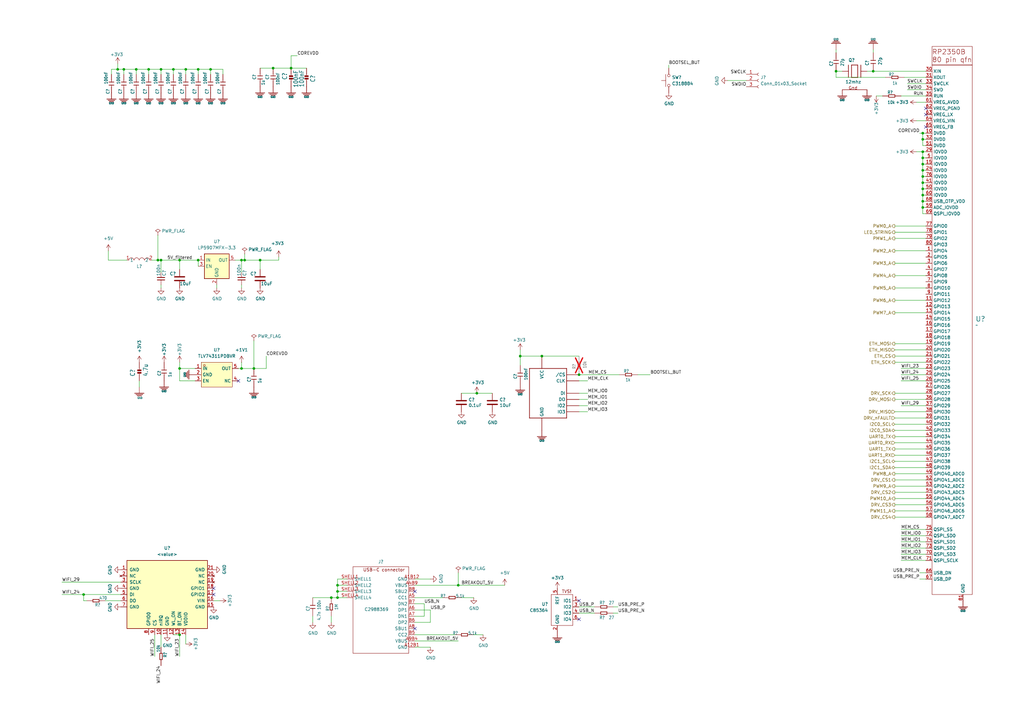
<source format=kicad_sch>
(kicad_sch (version 20250114) (generator "eeschema") (generator_version "9.0")
  (paper "A3")
  (junction (at 55.88 28.448))
  (junction (at 378.46 57.15))
  (junction (at 81.28 28.448))
  (junction (at 378.46 54.61))
  (junction (at 76.2 28.448))
  (junction (at 104.14 151.13))
  (junction (at 73.66 106.68))
  (junction (at 34.29 243.84))
  (junction (at 86.36 28.448))
  (junction (at 135.89 245.11))
  (junction (at 237.49 153.67))
  (junction (at 378.46 67.31))
  (junction (at 378.46 77.47))
  (junction (at 73.66 151.13))
  (junction (at 138.43 245.11))
  (junction (at 378.46 69.85))
  (junction (at 119.38 27.94))
  (junction (at 378.46 64.77))
  (junction (at 378.46 82.55))
  (junction (at 48.26 28.448))
  (junction (at 81.28 106.68))
  (junction (at 187.96 240.03))
  (junction (at 195.58 161.29))
  (junction (at 138.43 240.03))
  (junction (at 112.014 27.94))
  (junction (at 71.12 28.448))
  (junction (at 222.25 146.05))
  (junction (at 99.06 106.68))
  (junction (at 64.77 106.68))
  (junction (at 73.66 260.35))
  (junction (at 106.68 106.68))
  (junction (at 342.9 29.21))
  (junction (at 50.8 28.448))
  (junction (at 378.46 80.01))
  (junction (at 99.06 151.13))
  (junction (at 378.46 85.09))
  (junction (at 378.46 72.39))
  (junction (at 358.14 29.21))
  (junction (at 66.04 28.448))
  (junction (at 100.33 106.68))
  (junction (at 138.43 242.57))
  (junction (at 378.46 74.93))
  (junction (at 213.36 146.05))
  (junction (at 66.04 106.68))
  (junction (at 60.96 28.448))
  (junction (at 378.46 62.23))
  (no_connect (at 170.18 242.57))
  (no_connect (at 87.63 241.3))
  (no_connect (at 379.73 46.99))
  (no_connect (at 87.63 243.84))
  (no_connect (at 379.73 44.45))
  (no_connect (at 97.79 156.21))
  (no_connect (at 237.49 254))
  (no_connect (at 170.18 257.81))
  (no_connect (at 237.49 246.38))
  (no_connect (at 379.73 52.07))
  (wire (pts (xy 213.36 146.05) (xy 222.25 146.05)))
  (wire (pts (xy 243.84 248.92) (xy 237.49 248.92)))
  (wire (pts (xy 367.03 209.55) (xy 379.73 209.55)))
  (wire (pts (xy 71.12 260.35) (xy 73.66 260.35)))
  (wire (pts (xy 378.46 85.09) (xy 379.73 85.09)))
  (wire (pts (xy 194.31 245.11) (xy 189.23 245.11)))
  (wire (pts (xy 198.12 260.35) (xy 194.31 260.35)))
  (wire (pts (xy 50.8 28.448) (xy 55.88 28.448)))
  (wire (pts (xy 367.03 176.53) (xy 379.73 176.53)))
  (wire (pts (xy 76.2 264.16) (xy 76.2 260.35)))
  (wire (pts (xy 375.92 49.53) (xy 379.73 49.53)))
  (wire (pts (xy 64.77 96.52) (xy 64.77 106.68)))
  (wire (pts (xy 71.12 28.448) (xy 76.2 28.448)))
  (wire (pts (xy 367.03 184.15) (xy 379.73 184.15)))
  (wire (pts (xy 369.57 151.13) (xy 379.73 151.13)))
  (wire (pts (xy 181.61 245.11) (xy 170.18 245.11)))
  (wire (pts (xy 361.95 39.37) (xy 359.41 39.37)))
  (wire (pts (xy 378.46 77.47) (xy 378.46 74.93)))
  (wire (pts (xy 138.43 245.11) (xy 142.24 245.11)))
  (wire (pts (xy 378.46 80.01) (xy 378.46 77.47)))
  (wire (pts (xy 128.27 245.11) (xy 135.89 245.11)))
  (wire (pts (xy 342.9 31.75) (xy 342.9 29.21)))
  (wire (pts (xy 73.66 156.21) (xy 73.66 151.13)))
  (wire (pts (xy 367.03 181.61) (xy 379.73 181.61)))
  (wire (pts (xy 379.73 217.17) (xy 369.57 217.17)))
  (wire (pts (xy 60.96 30.48) (xy 60.96 28.448)))
  (wire (pts (xy 378.46 57.15) (xy 379.73 57.15)))
  (wire (pts (xy 138.43 242.57) (xy 142.24 242.57)))
  (wire (pts (xy 25.4 243.84) (xy 34.29 243.84)))
  (wire (pts (xy 367.03 196.85) (xy 379.73 196.85)))
  (wire (pts (xy 237.49 166.37) (xy 241.046 166.37)))
  (wire (pts (xy 377.19 234.95) (xy 379.73 234.95)))
  (wire (pts (xy 213.36 146.05) (xy 213.36 149.86)))
  (wire (pts (xy 367.03 128.27) (xy 379.73 128.27)))
  (wire (pts (xy 379.73 227.33) (xy 369.57 227.33)))
  (wire (pts (xy 48.26 26.162) (xy 48.26 28.448)))
  (wire (pts (xy 379.73 229.87) (xy 369.57 229.87)))
  (wire (pts (xy 195.58 161.29) (xy 201.93 161.29)))
  (wire (pts (xy 379.73 222.25) (xy 369.57 222.25)))
  (wire (pts (xy 367.03 118.11) (xy 379.73 118.11)))
  (wire (pts (xy 170.18 250.19) (xy 176.53 250.19)))
  (wire (pts (xy 66.04 30.48) (xy 66.04 28.448)))
  (wire (pts (xy 378.46 54.61) (xy 379.73 54.61)))
  (wire (pts (xy 298.45 33.02) (xy 306.07 33.02)))
  (wire (pts (xy 44.45 102.87) (xy 44.45 106.68)))
  (wire (pts (xy 71.12 30.48) (xy 71.12 28.448)))
  (wire (pts (xy 237.49 161.29) (xy 241.046 161.29)))
  (wire (pts (xy 81.28 28.448) (xy 86.36 28.448)))
  (wire (pts (xy 342.9 29.21) (xy 345.44 29.21)))
  (wire (pts (xy 88.9 118.11) (xy 88.9 116.84)))
  (wire (pts (xy 86.36 30.48) (xy 86.36 28.448)))
  (wire (pts (xy 372.11 36.83) (xy 379.73 36.83)))
  (wire (pts (xy 135.89 252.73) (xy 135.89 255.27)))
  (wire (pts (xy 138.43 242.57) (xy 138.43 245.11)))
  (wire (pts (xy 109.22 146.05) (xy 109.22 151.13)))
  (wire (pts (xy 135.89 245.11) (xy 138.43 245.11)))
  (wire (pts (xy 55.88 28.448) (xy 60.96 28.448)))
  (wire (pts (xy 378.46 82.55) (xy 378.46 85.09)))
  (wire (pts (xy 112.014 27.94) (xy 119.38 27.94)))
  (wire (pts (xy 367.03 194.31) (xy 379.73 194.31)))
  (wire (pts (xy 90.17 246.38) (xy 87.63 246.38)))
  (wire (pts (xy 378.46 69.85) (xy 378.46 67.31)))
  (wire (pts (xy 114.3 106.68) (xy 106.68 106.68)))
  (wire (pts (xy 119.38 27.94) (xy 125.73 27.94)))
  (wire (pts (xy 73.66 260.35) (xy 73.66 269.24)))
  (wire (pts (xy 104.14 139.7) (xy 104.14 151.13)))
  (wire (pts (xy 187.96 262.89) (xy 170.18 262.89)))
  (wire (pts (xy 369.57 156.21) (xy 379.73 156.21)))
  (wire (pts (xy 176.53 255.27) (xy 170.18 255.27)))
  (wire (pts (xy 363.22 31.75) (xy 342.9 31.75)))
  (wire (pts (xy 237.49 156.21) (xy 241.046 156.21)))
  (wire (pts (xy 170.18 247.65) (xy 173.99 247.65)))
  (wire (pts (xy 173.99 247.65) (xy 173.99 252.73)))
  (wire (pts (xy 128.27 252.73) (xy 128.27 255.27)))
  (wire (pts (xy 66.04 111.76) (xy 66.04 106.68)))
  (wire (pts (xy 378.46 59.69) (xy 378.46 57.15)))
  (wire (pts (xy 81.28 28.448) (xy 81.28 30.48)))
  (wire (pts (xy 379.73 224.79) (xy 369.57 224.79)))
  (wire (pts (xy 367.03 186.69) (xy 379.73 186.69)))
  (wire (pts (xy 121.92 22.86) (xy 119.38 22.86)))
  (wire (pts (xy 378.46 82.55) (xy 379.73 82.55)))
  (wire (pts (xy 187.96 240.03) (xy 207.01 240.03)))
  (wire (pts (xy 66.04 28.448) (xy 71.12 28.448)))
  (wire (pts (xy 378.46 62.23) (xy 379.73 62.23)))
  (wire (pts (xy 50.8 30.48) (xy 50.8 28.448)))
  (wire (pts (xy 355.6 29.21) (xy 358.14 29.21)))
  (wire (pts (xy 34.29 243.84) (xy 49.53 243.84)))
  (wire (pts (xy 176.53 250.19) (xy 176.53 255.27)))
  (wire (pts (xy 60.96 28.448) (xy 66.04 28.448)))
  (wire (pts (xy 34.29 246.38) (xy 34.29 243.84)))
  (wire (pts (xy 35.56 246.38) (xy 34.29 246.38)))
  (wire (pts (xy 99.06 116.84) (xy 99.06 118.11)))
  (wire (pts (xy 367.03 113.03) (xy 379.73 113.03)))
  (wire (pts (xy 251.46 248.92) (xy 253.492 248.92)))
  (wire (pts (xy 96.52 106.68) (xy 99.06 106.68)))
  (wire (pts (xy 138.43 240.03) (xy 138.43 242.57)))
  (wire (pts (xy 358.14 29.21) (xy 379.73 29.21)))
  (wire (pts (xy 369.57 166.37) (xy 379.73 166.37)))
  (wire (pts (xy 243.84 251.46) (xy 237.49 251.46)))
  (wire (pts (xy 377.19 237.49) (xy 379.73 237.49)))
  (wire (pts (xy 378.46 64.77) (xy 379.73 64.77)))
  (wire (pts (xy 48.26 28.448) (xy 50.8 28.448)))
  (wire (pts (xy 378.46 87.63) (xy 379.73 87.63)))
  (wire (pts (xy 367.03 199.39) (xy 379.73 199.39)))
  (wire (pts (xy 378.46 82.55) (xy 378.46 80.01)))
  (wire (pts (xy 367.03 189.23) (xy 379.73 189.23)))
  (wire (pts (xy 367.03 146.05) (xy 379.73 146.05)))
  (wire (pts (xy 73.66 148.59) (xy 73.66 151.13)))
  (wire (pts (xy 367.03 204.47) (xy 379.73 204.47)))
  (wire (pts (xy 100.33 106.68) (xy 106.68 106.68)))
  (wire (pts (xy 63.5 269.24) (xy 63.5 260.35)))
  (wire (pts (xy 45.72 28.448) (xy 45.72 30.48)))
  (wire (pts (xy 378.46 74.93) (xy 378.46 72.39)))
  (wire (pts (xy 378.46 72.39) (xy 378.46 69.85)))
  (wire (pts (xy 375.92 62.23) (xy 378.46 62.23)))
  (wire (pts (xy 138.43 240.03) (xy 142.24 240.03)))
  (wire (pts (xy 62.23 106.68) (xy 64.77 106.68)))
  (wire (pts (xy 114.3 105.41) (xy 114.3 106.68)))
  (wire (pts (xy 138.43 237.49) (xy 138.43 240.03)))
  (wire (pts (xy 377.19 54.61) (xy 378.46 54.61)))
  (wire (pts (xy 367.03 143.51) (xy 379.73 143.51)))
  (wire (pts (xy 367.03 168.91) (xy 379.73 168.91)))
  (wire (pts (xy 76.2 30.48) (xy 76.2 28.448)))
  (wire (pts (xy 378.46 67.31) (xy 379.73 67.31)))
  (wire (pts (xy 99.06 106.68) (xy 100.33 106.68)))
  (wire (pts (xy 119.38 22.86) (xy 119.38 27.94)))
  (wire (pts (xy 378.46 69.85) (xy 379.73 69.85)))
  (wire (pts (xy 378.46 85.09) (xy 378.46 87.63)))
  (wire (pts (xy 48.26 28.448) (xy 45.72 28.448)))
  (wire (pts (xy 106.68 110.49) (xy 106.68 106.68)))
  (wire (pts (xy 358.14 20.32) (xy 358.14 21.59)))
  (wire (pts (xy 251.46 251.46) (xy 253.492 251.46)))
  (wire (pts (xy 378.46 62.23) (xy 378.46 64.77)))
  (wire (pts (xy 66.04 106.68) (xy 73.66 106.68)))
  (wire (pts (xy 44.45 106.68) (xy 52.07 106.68)))
  (wire (pts (xy 370.84 31.75) (xy 379.73 31.75)))
  (wire (pts (xy 25.4 238.76) (xy 49.53 238.76)))
  (wire (pts (xy 367.03 97.79) (xy 379.73 97.79)))
  (wire (pts (xy 379.73 219.71) (xy 369.57 219.71)))
  (wire (pts (xy 342.9 20.32) (xy 342.9 21.59)))
  (wire (pts (xy 367.03 148.59) (xy 379.73 148.59)))
  (wire (pts (xy 222.25 146.05) (xy 237.49 146.05)))
  (wire (pts (xy 55.88 30.48) (xy 55.88 28.448)))
  (wire (pts (xy 237.49 168.91) (xy 241.046 168.91)))
  (wire (pts (xy 367.03 92.71) (xy 379.73 92.71)))
  (wire (pts (xy 378.46 72.39) (xy 379.73 72.39)))
  (wire (pts (xy 367.03 163.83) (xy 379.73 163.83)))
  (wire (pts (xy 99.06 111.76) (xy 99.06 106.68)))
  (wire (pts (xy 378.46 74.93) (xy 379.73 74.93)))
  (wire (pts (xy 369.57 153.67) (xy 379.73 153.67)))
  (wire (pts (xy 109.22 151.13) (xy 104.14 151.13)))
  (wire (pts (xy 367.03 191.77) (xy 379.73 191.77)))
  (wire (pts (xy 367.03 140.97) (xy 379.73 140.97)))
  (wire (pts (xy 367.03 95.25) (xy 379.73 95.25)))
  (wire (pts (xy 367.03 123.19) (xy 379.73 123.19)))
  (wire (pts (xy 73.66 151.13) (xy 80.01 151.13)))
  (wire (pts (xy 367.03 161.29) (xy 379.73 161.29)))
  (wire (pts (xy 76.2 28.448) (xy 81.28 28.448)))
  (wire (pts (xy 100.33 104.14) (xy 100.33 106.68)))
  (wire (pts (xy 187.96 240.03) (xy 170.18 240.03)))
  (wire (pts (xy 91.44 28.448) (xy 91.44 30.48)))
  (wire (pts (xy 367.03 107.95) (xy 379.73 107.95)))
  (wire (pts (xy 378.46 59.69) (xy 379.73 59.69)))
  (wire (pts (xy 80.01 156.21) (xy 73.66 156.21)))
  (wire (pts (xy 375.92 41.91) (xy 379.73 41.91)))
  (wire (pts (xy 81.28 106.68) (xy 81.28 109.22)))
  (wire (pts (xy 237.49 153.67) (xy 254 153.67)))
  (wire (pts (xy 186.69 260.35) (xy 170.18 260.35)))
  (wire (pts (xy 99.06 148.59) (xy 99.06 151.13)))
  (wire (pts (xy 176.53 265.43) (xy 170.18 265.43)))
  (wire (pts (xy 187.96 234.95) (xy 187.96 240.03)))
  (wire (pts (xy 43.18 246.38) (xy 49.53 246.38)))
  (wire (pts (xy 378.46 64.77) (xy 378.46 67.31)))
  (wire (pts (xy 372.11 34.29) (xy 379.73 34.29)))
  (wire (pts (xy 261.62 153.67) (xy 266.7 153.67)))
  (wire (pts (xy 367.03 212.09) (xy 379.73 212.09)))
  (wire (pts (xy 378.46 77.47) (xy 379.73 77.47)))
  (wire (pts (xy 66.04 260.35) (xy 66.04 265.43)))
  (wire (pts (xy 86.36 28.448) (xy 91.44 28.448)))
  (wire (pts (xy 176.53 237.49) (xy 170.18 237.49)))
  (wire (pts (xy 213.36 143.51) (xy 213.36 146.05)))
  (wire (pts (xy 99.06 151.13) (xy 104.14 151.13)))
  (wire (pts (xy 66.04 116.84) (xy 66.04 118.11)))
  (wire (pts (xy 64.77 106.68) (xy 66.04 106.68)))
  (wire (pts (xy 99.06 151.13) (xy 97.79 151.13)))
  (wire (pts (xy 367.03 173.99) (xy 379.73 173.99)))
  (wire (pts (xy 369.57 39.37) (xy 379.73 39.37)))
  (wire (pts (xy 378.46 57.15) (xy 378.46 54.61)))
  (wire (pts (xy 173.99 252.73) (xy 170.18 252.73)))
  (wire (pts (xy 378.46 80.01) (xy 379.73 80.01)))
  (wire (pts (xy 367.03 102.87) (xy 379.73 102.87)))
  (wire (pts (xy 367.03 201.93) (xy 379.73 201.93)))
  (wire (pts (xy 73.66 110.49) (xy 73.66 106.68)))
  (wire (pts (xy 189.23 161.29) (xy 195.58 161.29)))
  (wire (pts (xy 367.03 171.45) (xy 379.73 171.45)))
  (wire (pts (xy 367.03 207.01) (xy 379.73 207.01)))
  (wire (pts (xy 367.03 179.07) (xy 379.73 179.07)))
  (wire (pts (xy 274.32 26.67) (xy 274.32 27.94)))
  (wire (pts (xy 237.49 163.83) (xy 241.046 163.83)))
  (wire (pts (xy 73.66 106.68) (xy 81.28 106.68)))
  (wire (pts (xy 142.24 237.49) (xy 138.43 237.49)))
  (wire (pts (xy 106.68 27.94) (xy 112.014 27.94)))
  (wire (pts (xy 57.15 158.75) (xy 57.15 156.21)))
  (label "USB_PRE_P" (at 377.19 237.49 180))
  (label "SWCLK" (at 306.07 30.48 180))
  (label "BREAKOUT_5V" (at 187.96 262.89 180))
  (label "WIFI_29" (at 25.4 238.76 0))
  (label "MEM_IO0" (at 241.046 161.29 0) (effects (font (size 1.2446 1.2446))))
  (label "MEM_CS" (at 241.3 153.67 0) (effects (font (size 1.2446 1.2446))))
  (label "SWCLK" (at 372.11 34.29 0) (effects (font (size 1.2446 1.2446))))
  (label "MEM_CLK" (at 369.57 229.87 0) (effects (font (size 1.2446 1.2446))))
  (label "WIFI_24" (at 369.57 153.67 0))
  (label "COREVDD" (at 377.19 54.61 180))
  (label "RUN" (at 374.65 39.37 0) (effects (font (size 1.2446 1.2446))))
  (label "WIFI_24" (at 25.4 243.84 0))
  (label "MEM_IO2" (at 241.046 166.37 0) (effects (font (size 1.2446 1.2446))))
  (label "COREVDD" (at 109.22 146.05 0))
  (label "WIFI_25" (at 369.57 156.21 0))
  (label "SWDIO" (at 306.07 35.56 180))
  (label "MEM_IO1" (at 241.046 163.83 0) (effects (font (size 1.2446 1.2446))))
  (label "MEM_IO2" (at 369.57 224.79 0) (effects (font (size 1.2446 1.2446))))
  (label "USB_PRE_N" (at 377.19 234.95 180))
  (label "WIFI_25" (at 63.5 269.24 90))
  (label "MEM_IO3" (at 369.57 227.33 0) (effects (font (size 1.2446 1.2446))))
  (label "WIFI_23" (at 369.57 151.13 0))
  (label "WIFI_29" (at 369.57 166.37 0))
  (label "WIFI_23" (at 73.66 269.24 90))
  (label "WIFI_24" (at 66.04 273.05 270))
  (label "BOOTSEL_BUT" (at 266.7 153.67 0) (effects (font (size 1.2446 1.2446))))
  (label "USB_PRE_N" (at 253.492 251.46 0))
  (label "MEM_IO0" (at 369.57 219.71 0) (effects (font (size 1.2446 1.2446))))
  (label "BOOTSEL_BUT" (at 274.32 26.67 0) (effects (font (size 1.2446 1.2446))))
  (label "BREAKOUT_5V" (at 189.23 240.03 0))
  (label "COREVDD" (at 121.92 22.86 0))
  (label "SWDIO" (at 372.11 36.83 0) (effects (font (size 1.2446 1.2446))))
  (label "MEM_IO3" (at 241.046 168.91 0) (effects (font (size 1.2446 1.2446))))
  (label "MEM_IO1" (at 369.57 222.25 0) (effects (font (size 1.2446 1.2446))))
  (label "MEM_CLK" (at 241.046 156.21 0) (effects (font (size 1.2446 1.2446))))
  (label "USB_N" (at 173.99 247.65 0))
  (label "5V_filtered" (at 68.58 106.68 0))
  (label "MEM_CS" (at 369.57 217.17 0) (effects (font (size 1.2446 1.2446))))
  (label "USB_P" (at 176.53 250.19 0))
  (label "USB_PRE_P" (at 253.492 248.92 0))
  (label "USB_P" (at 237.49 248.92 0))
  (label "USB_N" (at 237.49 251.46 0))
  (hierarchical_label "DRV_CS4" (shape output) (at 367.03 212.09 180))
  (hierarchical_label "DRV_CS3" (shape output) (at 367.03 207.01 180))
  (hierarchical_label "PWM11_A" (shape output) (at 367.03 209.55 180))
  (hierarchical_label "UART1_RX" (shape input) (at 367.03 186.69 180))
  (hierarchical_label "DRV_SCK" (shape output) (at 367.03 161.29 180))
  (hierarchical_label "ETH_CS" (shape output) (at 367.03 146.05 180))
  (hierarchical_label "PWM4_A" (shape output) (at 367.03 113.03 180))
  (hierarchical_label "PWM10_A" (shape output) (at 367.03 204.47 180))
  (hierarchical_label "I2C1_SCL" (shape bidirectional) (at 367.03 189.23 180))
  (hierarchical_label "PWM8_A" (shape output) (at 367.03 194.31 180))
  (hierarchical_label "PWM6_A" (shape output) (at 367.03 123.19 180))
  (hierarchical_label "DRV_CS2" (shape output) (at 367.03 201.93 180))
  (hierarchical_label "PWM9_A" (shape output) (at 367.03 199.39 180))
  (hierarchical_label "ETH_MISO" (shape input) (at 367.03 143.51 180))
  (hierarchical_label "DRV_CS1" (shape output) (at 367.03 196.85 180))
  (hierarchical_label "DRV_nFAULT" (shape input) (at 367.03 171.45 180))
  (hierarchical_label "DRV_MISO" (shape input) (at 367.03 168.91 180))
  (hierarchical_label "LED_STRING" (shape output) (at 367.03 95.25 180))
  (hierarchical_label "PWM2_A" (shape output) (at 367.03 102.87 180))
  (hierarchical_label "PWM3_A" (shape output) (at 367.03 107.95 180))
  (hierarchical_label "I2C0_SDA" (shape bidirectional) (at 367.03 176.53 180))
  (hierarchical_label "I2C1_SDA" (shape bidirectional) (at 367.03 191.77 180))
  (hierarchical_label "UART1_TX" (shape output) (at 367.03 184.15 180))
  (hierarchical_label "UART0_RX" (shape input) (at 367.03 181.61 180))
  (hierarchical_label "I2C0_SCL" (shape bidirectional) (at 367.03 173.99 180))
  (hierarchical_label "PWM0_A" (shape output) (at 367.03 92.71 180))
  (hierarchical_label "PMW1_A" (shape output) (at 367.03 97.79 180))
  (hierarchical_label "PWM5_A" (shape output) (at 367.03 118.11 180))
  (hierarchical_label "PWM7_A" (shape output) (at 367.03 128.27 180))
  (hierarchical_label "ETH_SCK" (shape output) (at 367.03 148.59 180))
  (hierarchical_label "ETH_MOSI" (shape output) (at 367.03 140.97 180))
  (hierarchical_label "DRV_MOSI" (shape output) (at 367.03 163.83 180))
  (hierarchical_label "UART0_TX" (shape output) (at 367.03 179.07 180))
  (symbol (lib_id "power:GND") (at 87.63 233.68 90) (unit 1)
    (property "Reference" "#PWR?" (effects (hide yes)))
    (property "Value" "GND" (at 92.0242 233.553 0))
  )
  (symbol (lib_id "power:GND") (at 274.32 38.1 0) (unit 1)
    (property "Reference" "#PWR?" (effects (hide yes)))
    (property "Value" "GND" (at 274.447 42.4942 0))
  )
  (symbol (lib_id "TINRS - Wobbler (pico)sch-eagle-import:C-0402") (at 104.14 154.94 90) (unit 1)
    (property "Reference" "C?" (at 102.87 156.718 0) (effects (font (size 1.27 1.0795)) (justify left bottom)))
    (property "Value" "1u" (at 107.188 157.226 0) (effects (font (size 1.27 1.0795)) (justify left bottom)))
    (property "Footprint" "Capacitor_SMD:C_0402_1005Metric" (effects (hide yes)))
  )
  (symbol (lib_id "power:+3.3V") (at 213.36 143.51 0) (unit 1)
    (property "Reference" "#PWR?" (effects (hide yes)))
    (property "Value" "+3V3" (at 210.312 139.446 0) (effects (justify left)))
  )
  (symbol (lib_id "TINRS - Wobbler (pico)sch-eagle-import:GND") (at 55.88 40.64 0) (unit 1)
    (property "Reference" "#GND?" (effects (hide yes)))
    (property "Value" "GND" (at 55.88 41.91 0) (effects (font (size 0.762 0.6477)) (justify top)))
  )
  (symbol (lib_id "TINRS - Wobbler (pico)sch-eagle-import:R-0402") (at 237.49 149.86 90) (unit 1) (dnp yes)
    (property "Reference" "R?" (at 236.22 151.384 0) (effects (font (size 1.27 1.0795)) (justify left bottom)))
    (property "Value" "10k" (at 240.538 151.13 0) (effects (font (size 1.27 1.0795)) (justify left bottom)))
    (property "Footprint" "Resistor_SMD:R_0402_1005Metric" (effects (hide yes)))
  )
  (symbol (lib_id "TINRS - Wobbler (pico)sch-eagle-import:C-EUC0402") (at 125.73 30.48 0) (unit 1)
    (property "Reference" "C?" (at 129.286 33.782 90) (effects (font (size 1.778 1.5113)) (justify left bottom)))
    (property "Value" "100nF" (at 124.714 35.814 90) (effects (font (size 1.778 1.5113)) (justify left bottom)))
    (property "Footprint" "Capacitor_SMD:C_0402_1005Metric" (effects (hide yes)))
  )
  (symbol (lib_id "TINRS - Wobbler (pico)sch-eagle-import:XTAL-4-3225") (at 350.52 29.21 0) (unit 1)
    (property "Reference" "Q?" (at 347.98 25.4 0) (effects (justify left bottom)))
    (property "Value" "12mhz" (at 346.71 34.29 0) (effects (justify left bottom)))
    (property "Footprint" "Crystal:Crystal_SMD_SeikoEpson_TSX3225-4Pin_3.2x2.5mm" (effects (hide yes)))
  )
  (symbol (lib_id "power:+3.3V") (at 57.15 148.59 0) (unit 1)
    (property "Reference" "#PWR?" (effects (hide yes)))
    (property "Value" "+3V3" (at 57.15 144.78 90) (effects (justify left)))
  )
  (symbol (lib_id "TINRS - Wobbler (pico)sch-eagle-import:W25Q128JVSIQ") (at 222.25 161.29 0) (mirror y) (unit 1)
    (property "Reference" "U$?" (effects (hide yes)))
    (property "Value" "C2843335 W25Q16JVUXIQ" (effects (hide yes)))
    (property "Footprint" "ZephKicad:USON-8-EP(2x3)" (effects (hide yes)))
  )
  (symbol (lib_id "TINRS - Wobbler (pico)sch-eagle-import:GND") (at 66.04 40.64 0) (unit 1)
    (property "Reference" "#GND?" (effects (hide yes)))
    (property "Value" "GND" (at 66.04 41.91 0) (effects (font (size 0.762 0.6477)) (justify top)))
  )
  (symbol (lib_id "power:GND") (at 88.9 118.11 0) (unit 1)
    (property "Reference" "#PWR?" (effects (hide yes)))
    (property "Value" "GND" (at 89.027 122.5042 0))
  )
  (symbol (lib_id "power:+3.3V") (at 228.6 241.3 0) (unit 1)
    (property "Reference" "#PWR?" (effects (hide yes)))
    (property "Value" "+3V3" (at 228.6 236.982 0))
  )
  (symbol (lib_id "Device:C") (at 189.23 165.1 0) (unit 1)
    (property "Reference" "C?" (at 192.151 163.9316 0) (effects (justify left)))
    (property "Value" "0.1uF" (at 192.151 166.243 0) (effects (justify left)))
    (property "Footprint" "Capacitor_SMD:C_0402_1005Metric" (effects (hide yes)))
    (property "Digi-Key_PN" "311-1344-1-ND" (effects (hide yes)))
  )
  (symbol (lib_id "power:PWR_FLAG") (at 187.96 234.95 0) (unit 1)
    (property "Reference" "#FLG?" (effects (hide yes)))
    (property "Value" "PWR_FLAG" (at 194.31 233.172 0))
  )
  (symbol (lib_id "Switch:SW_Push") (at 274.32 33.02 90) (unit 1)
    (property "Reference" "SW?" (at 275.59 31.7499 90) (effects (justify right)))
    (property "Value" "C318884" (at 275.59 34.2899 90) (effects (justify right)))
    (property "Footprint" "Button_Switch_SMD:SW_SPST_TL3342" (effects (hide yes)))
  )
  (symbol (lib_id "TINRS - Wobbler (pico)sch-eagle-import:GND") (at 125.73 38.1 0) (unit 1)
    (property "Reference" "#GND?" (effects (hide yes)))
    (property "Value" "GND" (at 125.73 39.37 0) (effects (font (size 0.762 0.6477)) (justify top)))
  )
  (symbol (lib_id "TINRS - Wobbler (pico)sch-eagle-import:C-0402") (at 60.96 34.29 90) (unit 1)
    (property "Reference" "C?" (at 60.198 38.608 0) (effects (font (size 1.27 1.0795)) (justify left bottom)))
    (property "Value" "100nF" (at 59.436 34.544 0) (effects (font (size 1.27 1.0795)) (justify left bottom)))
    (property "Footprint" "Capacitor_SMD:C_0402_1005Metric" (effects (hide yes)))
  )
  (symbol (lib_id "Device:C") (at 201.93 165.1 0) (unit 1)
    (property "Reference" "C?" (at 204.851 163.9316 0) (effects (justify left)))
    (property "Value" "10uF" (at 204.851 166.243 0) (effects (justify left)))
    (property "Footprint" "Capacitor_SMD:C_0603_1608Metric" (effects (hide yes)))
    (property "Digi-Key_PN" "311-1344-1-ND" (effects (hide yes)))
  )
  (symbol (lib_id "Device:C_Small") (at 66.04 114.3 180) (unit 1)
    (property "Reference" "C?" (at 67.31 113.284 90) (effects (justify right)))
    (property "Value" "100n" (at 65.024 113.284 90) (effects (justify right)))
    (property "Footprint" "Capacitor_SMD:C_0402_1005Metric" (effects (hide yes)))
  )
  (symbol (lib_id "TINRS - Wobbler (pico)sch-eagle-import:GND") (at 228.6 261.62 0) (unit 1)
    (property "Reference" "#GND?" (effects (hide yes)))
    (property "Value" "GND" (at 228.6 262.89 0) (effects (font (size 0.762 0.6477)) (justify top)))
  )
  (symbol (lib_id "power:PWR_FLAG") (at 104.14 139.7 0) (unit 1)
    (property "Reference" "#FLG?" (effects (hide yes)))
    (property "Value" "PWR_FLAG" (at 110.49 137.922 0))
  )
  (symbol (lib_id "power:GND") (at 198.12 260.35 0) (unit 1)
    (property "Reference" "#PWR?" (effects (hide yes)))
    (property "Value" "GND" (at 198.247 264.7442 0))
  )
  (symbol (lib_id "power:+1V1") (at 99.06 148.59 0) (unit 1)
    (property "Reference" "#PWR?" (effects (hide yes)))
    (property "Value" "+1V1" (at 99.06 143.51 0))
    (property "Description" "Power symbol creates a global label with name \"+1V1\"" (effects (hide yes)))
  )
  (symbol (lib_id "jlcpcb3:TLV74311PDBVR") (at 90.17 153.67 0) (unit 1)
    (property "Reference" "U?" (at 88.9 143.51 0))
    (property "Value" "TLV74311PDBVR" (at 88.9 146.05 0))
    (property "Footprint" "jlcpcb3:SOT-23-5_L3.0-W1.7-P0.95-LS2.8-BL" (effects (hide yes)))
    (property "Datasheet" "https://lcsc.com/product-detail/New-Arrivals_Texas-Instruments-Texas-Instruments-TLV74311PDBVR_C485147.html" (effects (hide yes)))
    (property "LCSC Part" "C485147" (effects (hide yes)))
  )
  (symbol (lib_id "power:GND") (at 298.45 33.02 270) (unit 1)
    (property "Reference" "#PWR?" (effects (hide yes)))
    (property "Value" "GND" (at 294.0558 33.147 0))
  )
  (symbol (lib_id "TINRS - Wobbler (pico)sch-eagle-import:GND") (at 213.36 160.02 0) (unit 1)
    (property "Reference" "#GND?" (effects (hide yes)))
    (property "Value" "GND" (at 213.36 161.29 0) (effects (font (size 0.762 0.6477)) (justify top)))
  )
  (symbol (lib_id "TiNRS:SRV05-4-P-T7") (at 228.6 250.19 0) (unit 1)
    (property "Reference" "U?" (at 224.79 247.7742 0) (effects (justify right)))
    (property "Value" "C85364" (at 224.79 250.3142 0) (effects (justify right)))
    (property "Footprint" "Package_TO_SOT_SMD:SOT-23-6" (effects (hide yes)))
    (property "Datasheet" "https://jlcpcb.com/partdetail/ProtekDevices-SRV05_4_PT7/C85364" (effects (hide yes)))
  )
  (symbol (lib_id "power:GND") (at 189.23 168.91 0) (unit 1)
    (property "Reference" "#PWR?" (effects (hide yes)))
    (property "Value" "GND" (at 189.357 173.3042 0))
  )
  (symbol (lib_id "power:GND") (at 106.68 118.11 0) (unit 1)
    (property "Reference" "#PWR?" (effects (hide yes)))
    (property "Value" "GND" (at 106.807 122.5042 0))
  )
  (symbol (lib_id "power:GND") (at 49.53 233.68 270) (unit 1)
    (property "Reference" "#PWR?" (effects (hide yes)))
    (property "Value" "GND" (at 45.1358 233.807 0))
  )
  (symbol (lib_id "TINRS - Wobbler (pico)sch-eagle-import:R-0603") (at 135.89 248.92 90) (unit 1)
    (property "Reference" "R?" (at 135.128 250.698 0) (effects (font (size 1.27 1.0795)) (justify left bottom)))
    (property "Value" "1M" (at 138.684 250.19 0) (effects (font (size 1.27 1.0795)) (justify left bottom)))
    (property "Footprint" "Resistor_SMD:R_0603_1608Metric" (effects (hide yes)))
  )
  (symbol (lib_id "TINRS - Wobbler (pico)sch-eagle-import:GND") (at 394.97 248.92 0) (unit 1)
    (property "Reference" "#GND?" (effects (hide yes)))
    (property "Value" "GND" (at 394.97 250.19 0) (effects (font (size 0.762 0.6477)) (justify top)))
  )
  (symbol (lib_id "TINRS - Wobbler (pico)sch-eagle-import:GND") (at 76.2 40.64 0) (unit 1)
    (property "Reference" "#GND?" (effects (hide yes)))
    (property "Value" "GND" (at 76.2 41.91 0) (effects (font (size 0.762 0.6477)) (justify top)))
  )
  (symbol (lib_id "power:GND") (at 128.27 255.27 0) (unit 1)
    (property "Reference" "#PWR?" (effects (hide yes)))
    (property "Value" "GND" (at 128.397 259.6642 0))
  )
  (symbol (lib_id "power:+3.3V") (at 67.31 148.59 0) (unit 1)
    (property "Reference" "#PWR?" (effects (hide yes)))
    (property "Value" "+3V3" (at 67.31 146.05 90) (effects (justify left)))
    (property "Description" "Power symbol creates a global label with name \"+3.3V\"" (effects (hide yes)))
  )
  (symbol (lib_id "Device:C") (at 106.68 114.3 0) (unit 1)
    (property "Reference" "C?" (at 102.616 112.268 0) (effects (justify left)))
    (property "Value" "10uF" (at 106.934 116.332 0) (effects (justify left)))
    (property "Footprint" "Capacitor_SMD:C_0603_1608Metric" (effects (hide yes)))
    (property "Digi-Key_PN" "311-1344-1-ND" (effects (hide yes)))
  )
  (symbol (lib_id "TINRS - Wobbler (pico)sch-eagle-import:C-0402") (at 67.31 152.4 90) (unit 1)
    (property "Reference" "C?" (at 66.04 154.178 0) (effects (font (size 1.27 1.0795)) (justify left bottom)))
    (property "Value" "1u" (at 70.358 154.686 0) (effects (font (size 1.27 1.0795)) (justify left bottom)))
    (property "Footprint" "Capacitor_SMD:C_0402_1005Metric" (effects (hide yes)))
  )
  (symbol (lib_id "power:+3.3V") (at 114.3 105.41 0) (unit 1)
    (property "Reference" "#PWR?" (effects (hide yes)))
    (property "Value" "+3V3" (at 113.792 99.822 0))
  )
  (symbol (lib_id "power:+3.3V") (at 375.92 49.53 90) (unit 1)
    (property "Reference" "#PWR?" (effects (hide yes)))
    (property "Value" "+3V3" (at 372.618 49.5299 90) (effects (justify left)))
  )
  (symbol (lib_id "Connector:Conn_01x03_Socket") (at 311.15 33.02 0) (unit 1)
    (property "Reference" "J?" (at 311.912 31.75 0) (effects (justify left)))
    (property "Value" "Conn_01x03_Socket" (at 311.912 34.29 0) (effects (justify left)))
    (property "Footprint" "RASPBERRY_SWD:SWD_TOP" (effects (hide yes)))
  )
  (symbol (lib_id "TINRS - Wobbler (pico)sch-eagle-import:C-0402") (at 45.72 34.29 90) (unit 1)
    (property "Reference" "C?" (at 44.958 38.608 0) (effects (font (size 1.27 1.0795)) (justify left bottom)))
    (property "Value" "100nF" (at 44.196 34.544 0) (effects (font (size 1.27 1.0795)) (justify left bottom)))
    (property "Footprint" "Capacitor_SMD:C_0402_1005Metric" (effects (hide yes)))
  )
  (symbol (lib_id "power:+3.3V") (at 73.66 148.59 0) (unit 1)
    (property "Reference" "#PWR?" (effects (hide yes)))
    (property "Value" "+3V3" (at 73.66 146.05 90) (effects (justify left)))
    (property "Description" "Power symbol creates a global label with name \"+3.3V\"" (effects (hide yes)))
  )
  (symbol (lib_id "TINRS - Wobbler (pico)sch-eagle-import:R-0402") (at 190.5 260.35 0) (unit 1)
    (property "Reference" "R?" (at 185.674 260.35 0) (effects (font (size 1.27 1.0795)) (justify left bottom)))
    (property "Value" "5.1k" (at 192.024 260.35 0) (effects (font (size 1.27 1.0795)) (justify left bottom)))
    (property "Footprint" "Resistor_SMD:R_0402_1005Metric" (effects (hide yes)))
  )
  (symbol (lib_id "TINRS - Wobbler (pico)sch-eagle-import:C-0402") (at 342.9 25.4 90) (unit 1)
    (property "Reference" "C?" (at 341.63 27.178 0) (effects (font (size 1.27 1.0795)) (justify left bottom)))
    (property "Value" "27p" (at 346.202 27.178 0) (effects (font (size 1.27 1.0795)) (justify left bottom)))
    (property "Footprint" "Capacitor_SMD:C_0402_1005Metric" (effects (hide yes)))
  )
  (symbol (lib_id "power:GND") (at 194.31 245.11 0) (unit 1)
    (property "Reference" "#PWR?" (effects (hide yes)))
    (property "Value" "GND" (at 194.437 249.5042 0))
  )
  (symbol (lib_id "power:GND") (at 66.04 118.11 0) (unit 1)
    (property "Reference" "#PWR?" (effects (hide yes)))
    (property "Value" "GND" (at 66.167 122.5042 0))
  )
  (symbol (lib_id "Device:C") (at 73.66 114.3 0) (unit 1)
    (property "Reference" "C?" (at 69.596 112.268 0) (effects (justify left)))
    (property "Value" "10uF" (at 73.66 116.332 0) (effects (justify left)))
    (property "Footprint" "Capacitor_SMD:C_0603_1608Metric" (effects (hide yes)))
    (property "Digi-Key_PN" "311-1344-1-ND" (effects (hide yes)))
  )
  (symbol (lib_id "Device:C_Small") (at 99.06 114.3 180) (unit 1)
    (property "Reference" "C?" (at 100.33 113.284 90) (effects (justify right)))
    (property "Value" "100n" (at 98.044 113.284 90) (effects (justify right)))
    (property "Footprint" "Capacitor_SMD:C_0402_1005Metric" (effects (hide yes)))
  )
  (symbol (lib_id "power:GND") (at 73.66 118.11 0) (unit 1)
    (property "Reference" "#PWR?" (effects (hide yes)))
    (property "Value" "GND" (at 73.787 122.5042 0))
  )
  (symbol (lib_id "TINRS - Wobbler (pico)sch-eagle-import:C-0402") (at 76.2 34.29 90) (unit 1)
    (property "Reference" "C?" (at 75.438 38.608 0) (effects (font (size 1.27 1.0795)) (justify left bottom)))
    (property "Value" "100nF" (at 74.676 34.544 0) (effects (font (size 1.27 1.0795)) (justify left bottom)))
    (property "Footprint" "Capacitor_SMD:C_0402_1005Metric" (effects (hide yes)))
  )
  (symbol (lib_id "TINRS - Wobbler (pico)sch-eagle-import:C-0402") (at 112.014 31.75 270) (unit 1)
    (property "Reference" "C?" (at 108.966 30.48 0) (effects (font (size 1.27 1.0795)) (justify left bottom)))
    (property "Value" "100nF" (at 113.284 29.718 0) (effects (font (size 1.27 1.0795)) (justify left bottom)))
    (property "Footprint" "Capacitor_SMD:C_0402_1005Metric" (effects (hide yes)))
  )
  (symbol (lib_id "TINRS - Wobbler (pico)sch-eagle-import:GND") (at 104.14 161.29 0) (unit 1)
    (property "Reference" "#GND?" (effects (hide yes)))
    (property "Value" "GND" (at 104.14 162.56 0) (effects (font (size 0.762 0.6477)) (justify top)))
  )
  (symbol (lib_id "TINRS - Wobbler (pico)sch-eagle-import:GND") (at 358.14 17.78 180) (unit 1)
    (property "Reference" "#GND?" (effects (hide yes)))
    (property "Value" "GND" (at 358.14 16.51 0) (effects (font (size 0.762 0.6477)) (justify top)))
  )
  (symbol (lib_id "TINRS - Wobbler (pico)sch-eagle-import:GND") (at 112.014 38.1 0) (unit 1)
    (property "Reference" "#GND?" (effects (hide yes)))
    (property "Value" "GND" (at 112.014 39.37 0) (effects (font (size 0.762 0.6477)) (justify top)))
  )
  (symbol (lib_id "TINRS - Wobbler (pico)sch-eagle-import:R-0402") (at 247.65 251.46 0) (unit 1)
    (property "Reference" "R?" (at 245.872 254 0) (effects (font (size 1.27 1.0795)) (justify left bottom)))
    (property "Value" "27" (at 249.682 254 0) (effects (font (size 1.27 1.0795)) (justify left bottom)))
    (property "Footprint" "Resistor_SMD:R_0603_1608Metric" (effects (hide yes)))
  )
  (symbol (lib_id "TINRS - Wobbler (pico)sch-eagle-import:C-0402") (at 71.12 34.29 90) (unit 1)
    (property "Reference" "C?" (at 70.358 38.608 0) (effects (font (size 1.27 1.0795)) (justify left bottom)))
    (property "Value" "100nF" (at 69.596 34.544 0) (effects (font (size 1.27 1.0795)) (justify left bottom)))
    (property "Footprint" "Capacitor_SMD:C_0402_1005Metric" (effects (hide yes)))
  )
  (symbol (lib_id "TINRS - Wobbler (pico)sch-eagle-import:C-0402") (at 358.14 25.4 90) (unit 1)
    (property "Reference" "C?" (at 356.362 26.924 0) (effects (font (size 1.27 1.0795)) (justify left bottom)))
    (property "Value" "27p" (at 361.696 26.67 0) (effects (font (size 1.27 1.0795)) (justify left bottom)))
    (property "Footprint" "Capacitor_SMD:C_0402_1005Metric" (effects (hide yes)))
  )
  (symbol (lib_id "TINRS - Wobbler (pico)sch-eagle-import:GND") (at 45.72 40.64 0) (unit 1)
    (property "Reference" "#GND?" (effects (hide yes)))
    (property "Value" "GND" (at 45.72 41.91 0) (effects (font (size 0.762 0.6477)) (justify top)))
  )
  (symbol (lib_id "power:GND") (at 99.06 118.11 0) (unit 1)
    (property "Reference" "#PWR?" (effects (hide yes)))
    (property "Value" "GND" (at 99.187 122.5042 0))
  )
  (symbol (lib_id "TINRS - Wobbler (pico)sch-eagle-import:C-0402") (at 50.8 34.29 90) (unit 1)
    (property "Reference" "C?" (at 50.038 38.608 0) (effects (font (size 1.27 1.0795)) (justify left bottom)))
    (property "Value" "100nF" (at 49.276 34.544 0) (effects (font (size 1.27 1.0795)) (justify left bottom)))
    (property "Footprint" "Capacitor_SMD:C_0402_1005Metric" (effects (hide yes)))
  )
  (symbol (lib_id "TINRS - Wobbler (pico)sch-eagle-import:GND") (at 91.44 40.64 0) (unit 1)
    (property "Reference" "#GND?" (effects (hide yes)))
    (property "Value" "GND" (at 91.44 41.91 0) (effects (font (size 0.762 0.6477)) (justify top)))
  )
  (symbol (lib_id "power:+3.3V") (at 76.2 264.16 270) (unit 1)
    (property "Reference" "#PWR?" (effects (hide yes)))
    (property "Value" "+3V3" (at 80.264 264.16 0))
  )
  (symbol (lib_id "power:+3.3V") (at 375.92 41.91 90) (unit 1)
    (property "Reference" "#PWR?" (effects (hide yes)))
    (property "Value" "+3V3" (at 372.618 41.9099 90) (effects (justify left)))
  )
  (symbol (lib_id "TINRS - Wobbler (pico)sch-eagle-import:R-0402") (at 185.42 245.11 0) (unit 1)
    (property "Reference" "R?" (at 180.594 245.11 0) (effects (font (size 1.27 1.0795)) (justify left bottom)))
    (property "Value" "5.1k" (at 186.944 245.11 0) (effects (font (size 1.27 1.0795)) (justify left bottom)))
    (property "Footprint" "Resistor_SMD:R_0402_1005Metric" (effects (hide yes)))
  )
  (symbol (lib_id "TINRS - Wobbler (pico)sch-eagle-import:R-0402") (at 66.04 269.24 270) (unit 1)
    (property "Reference" "R?" (at 67.056 267.462 0) (effects (font (size 1.27 1.0795)) (justify left bottom)))
    (property "Value" "10k" (at 64.262 264.414 0) (effects (font (size 1.27 1.0795)) (justify left bottom)))
    (property "Footprint" "Resistor_SMD:R_0603_1608Metric" (effects (hide yes)))
  )
  (symbol (lib_id "power:GND") (at 176.53 237.49 90) (unit 1)
    (property "Reference" "#PWR?" (effects (hide yes)))
    (property "Value" "GND" (at 180.9242 237.363 0))
  )
  (symbol (lib_id "TINRS - Wobbler (pico)sch-eagle-import:GND") (at 342.9 17.78 180) (unit 1)
    (property "Reference" "#GND?" (effects (hide yes)))
    (property "Value" "GND" (at 342.9 16.51 0) (effects (font (size 0.762 0.6477)) (justify top)))
  )
  (symbol (lib_id "power:GND") (at 135.89 255.27 0) (unit 1)
    (property "Reference" "#PWR?" (effects (hide yes)))
    (property "Value" "GND" (at 136.017 259.6642 0))
  )
  (symbol (lib_id "power:GND") (at 201.93 168.91 0) (unit 1)
    (property "Reference" "#PWR?" (effects (hide yes)))
    (property "Value" "GND" (at 202.057 173.3042 0))
  )
  (symbol (lib_id "TiNRS:C2988369") (at 167.64 242.57 0) (mirror y) (unit 1)
    (property "Reference" "J?" (at 156.21 230.378 0))
    (property "Value" "C2988369" (at 154.432 249.936 0))
    (property "Footprint" "ZephKicad:USB-C C2988369" (effects (hide yes)))
  )
  (symbol (lib_id "TINRS - Wobbler (pico)sch-eagle-import:C-EUC0402") (at 57.15 151.13 0) (unit 1)
    (property "Reference" "C?" (at 55.372 154.432 90) (effects (font (size 1.778 1.5113)) (justify left bottom)))
    (property "Value" "4.7u" (at 60.706 154.432 90) (effects (font (size 1.778 1.5113)) (justify left bottom)))
    (property "Footprint" "Capacitor_SMD:C_0402_1005Metric" (effects (hide yes)))
  )
  (symbol (lib_id "TINRS - Wobbler (pico)sch-eagle-import:R-0402") (at 367.03 31.75 0) (unit 1)
    (property "Reference" "R?" (at 364.49 31.242 0) (effects (font (size 1.27 1.0795)) (justify left bottom)))
    (property "Value" "1k" (at 366.014 34.798 0) (effects (font (size 1.27 1.0795)) (justify left bottom)))
    (property "Footprint" "Resistor_SMD:R_0402_1005Metric" (effects (hide yes)))
  )
  (symbol (lib_id "TINRS - Wobbler (pico)sch-eagle-import:GND") (at 57.15 161.29 0) (unit 1)
    (property "Reference" "#GND?" (effects (hide yes)))
    (property "Value" "GND" (at 57.404 162.814 0) (effects (font (size 0.762 0.6477)) (justify top)))
  )
  (symbol (lib_id "power:+3.3V") (at 90.17 246.38 270) (unit 1)
    (property "Reference" "#PWR?" (effects (hide yes)))
    (property "Value" "+3V3" (at 94.234 246.38 0))
  )
  (symbol (lib_id "power:+5V") (at 44.45 102.87 0) (unit 1)
    (property "Reference" "#PWR?" (effects (hide yes)))
    (property "Value" "+5V" (at 44.45 97.79 0))
    (property "Description" "Power symbol creates a global label with name \"+5V\"" (effects (hide yes)))
  )
  (symbol (lib_id "TINRS - Wobbler (pico)sch-eagle-import:C-1206") (at 128.27 248.92 90) (unit 1)
    (property "Reference" "C?" (at 127 250.698 0) (effects (font (size 1.27 1.0795)) (justify left bottom)))
    (property "Value" "4.7n 100v" (at 131.572 254.508 0) (effects (font (size 1.27 1.0795)) (justify left bottom)))
    (property "Footprint" "Capacitor_SMD:C_1206_3216Metric" (effects (hide yes)))
  )
  (symbol (lib_id "power:+3.3V") (at 195.58 161.29 0) (unit 1)
    (property "Reference" "#PWR?" (effects (hide yes)))
    (property "Value" "+3V3" (at 195.961 156.8958 0))
  )
  (symbol (lib_id "TINRS - Wobbler (pico)sch-eagle-import:R-0402") (at 257.81 153.67 0) (unit 1)
    (property "Reference" "R?" (at 255.778 152.908 0) (effects (font (size 1.27 1.0795)) (justify left bottom)))
    (property "Value" "1k" (at 256.54 156.464 0) (effects (font (size 1.27 1.0795)) (justify left bottom)))
    (property "Footprint" "Resistor_SMD:R_0402_1005Metric" (effects (hide yes)))
  )
  (symbol (lib_id "TINRS - Wobbler (pico)sch-eagle-import:C-0402") (at 213.36 153.67 90) (unit 1)
    (property "Reference" "C?" (at 212.09 155.448 0) (effects (font (size 1.27 1.0795)) (justify left bottom)))
    (property "Value" "100nF" (at 216.408 155.956 0) (effects (font (size 1.27 1.0795)) (justify left bottom)))
    (property "Footprint" "Capacitor_SMD:C_0402_1005Metric" (effects (hide yes)))
  )
  (symbol (lib_id "TINRS - Wobbler (pico)sch-eagle-import:C-0402") (at 91.44 34.29 90) (unit 1)
    (property "Reference" "C?" (at 90.678 38.608 0) (effects (font (size 1.27 1.0795)) (justify left bottom)))
    (property "Value" "100nF" (at 89.916 34.544 0) (effects (font (size 1.27 1.0795)) (justify left bottom)))
    (property "Footprint" "Capacitor_SMD:C_0402_1005Metric" (effects (hide yes)))
  )
  (symbol (lib_id "power:GND") (at 176.53 265.43 0) (unit 1)
    (property "Reference" "#PWR?" (effects (hide yes)))
    (property "Value" "GND" (at 176.657 269.8242 0))
  )
  (symbol (lib_id "TINRS - Wobbler (pico)sch-eagle-import:GND") (at 355.6 39.37 0) (unit 1)
    (property "Reference" "#GND?" (effects (hide yes)))
    (property "Value" "GND" (at 355.6 40.64 0) (effects (font (size 0.762 0.6477)) (justify top)))
  )
  (symbol (lib_id "power:PWR_FLAG") (at 64.77 96.52 0) (unit 1)
    (property "Reference" "#FLG?" (effects (hide yes)))
    (property "Value" "PWR_FLAG" (at 71.12 94.742 0))
  )
  (symbol (lib_id "power:GND") (at 68.58 260.35 0) (unit 1)
    (property "Reference" "#PWR?" (effects (hide yes)))
    (property "Value" "GND" (at 68.707 264.7442 0))
  )
  (symbol (lib_id "TINRS - Wobbler (pico)sch-eagle-import:C-0402") (at 86.36 34.29 90) (unit 1)
    (property "Reference" "C?" (at 85.598 38.608 0) (effects (font (size 1.27 1.0795)) (justify left bottom)))
    (property "Value" "100nF" (at 84.836 34.544 0) (effects (font (size 1.27 1.0795)) (justify left bottom)))
    (property "Footprint" "Capacitor_SMD:C_0402_1005Metric" (effects (hide yes)))
  )
  (symbol (lib_id "power:PWR_FLAG") (at 100.33 104.14 0) (unit 1)
    (property "Reference" "#FLG?" (effects (hide yes)))
    (property "Value" "PWR_FLAG" (at 106.68 102.362 0))
  )
  (symbol (lib_id "TINRS - Wobbler (pico)sch-eagle-import:R-0402") (at 365.76 39.37 0) (unit 1)
    (property "Reference" "R?" (at 363.982 38.608 0) (effects (font (size 1.27 1.0795)) (justify left bottom)))
    (property "Value" "10k" (at 363.982 42.672 0) (effects (font (size 1.27 1.0795)) (justify left bottom)))
    (property "Footprint" "Resistor_SMD:R_0402_1005Metric" (effects (hide yes)))
  )
  (symbol (lib_id "BigFishImports:BLM18PG121SN1D_C14709") (at 57.15 106.68 0) (mirror x) (unit 1)
    (property "Reference" "L?" (at 57.15 109.22 0))
    (property "Value" "BLM18PG121SN1D_C14709" (effects (hide yes)))
    (property "Footprint" "BigFishImports:L0603" (effects (hide yes)))
    (property "Datasheet" "https://lcsc.com/product-detail/Ferrite-Beads-And-Chips_MuRata_BLM18PG121SN1D_120R-25-at100MHz_C14709.html" (effects (hide yes)))
    (property "LCSC Part" "C14709" (effects (hide yes)))
  )
  (symbol (lib_id "TINRS - Wobbler (pico)sch-eagle-import:C-0402") (at 66.04 34.29 90) (unit 1)
    (property "Reference" "C?" (at 65.278 38.608 0) (effects (font (size 1.27 1.0795)) (justify left bottom)))
    (property "Value" "100nF" (at 64.516 34.544 0) (effects (font (size 1.27 1.0795)) (justify left bottom)))
    (property "Footprint" "Capacitor_SMD:C_0402_1005Metric" (effects (hide yes)))
  )
  (symbol (lib_id "TINRS - Wobbler (pico)sch-eagle-import:GND") (at 50.8 40.64 0) (unit 1)
    (property "Reference" "#GND?" (effects (hide yes)))
    (property "Value" "GND" (at 50.8 41.91 0) (effects (font (size 0.762 0.6477)) (justify top)))
  )
  (symbol (lib_id "Regulator_Linear:LP5907MFX-3.3") (at 88.9 109.22 0) (unit 1)
    (property "Reference" "U?" (at 88.9 99.06 0))
    (property "Value" "LP5907MFX-3.3" (at 88.9 101.6 0))
    (property "Footprint" "Package_TO_SOT_SMD:SOT-23-5" (effects (hide yes)))
    (property "Datasheet" "http://www.ti.com/lit/ds/symlink/lp5907.pdf" (effects (hide yes)))
    (property "Description" "250-mA Ultra-Low-Noise Low-IQ LDO, 3.3V, SOT-23" (effects (hide yes)))
  )
  (symbol (lib_id "TINRS - Wobbler (pico)sch-eagle-import:C-0402") (at 81.28 34.29 90) (unit 1)
    (property "Reference" "C?" (at 80.518 38.608 0) (effects (font (size 1.27 1.0795)) (justify left bottom)))
    (property "Value" "100nF" (at 79.756 34.544 0) (effects (font (size 1.27 1.0795)) (justify left bottom)))
    (property "Footprint" "Capacitor_SMD:C_0402_1005Metric" (effects (hide yes)))
  )
  (symbol (lib_id "TINRS - Wobbler (pico)sch-eagle-import:GND") (at 119.38 38.1 0) (unit 1)
    (property "Reference" "#GND?" (effects (hide yes)))
    (property "Value" "GND" (at 119.38 39.37 0) (effects (font (size 0.762 0.6477)) (justify top)))
  )
  (symbol (lib_id "TINRS - Wobbler (pico)sch-eagle-import:R-0402") (at 39.37 246.38 180) (unit 1)
    (property "Reference" "R?" (at 41.148 247.396 0) (effects (font (size 1.27 1.0795)) (justify left bottom)))
    (property "Value" "470" (at 43.942 244.602 0) (effects (font (size 1.27 1.0795)) (justify left bottom)))
    (property "Footprint" "Resistor_SMD:R_0603_1608Metric" (effects (hide yes)))
  )
  (symbol (lib_id "TINRS - Wobbler (pico)sch-eagle-import:GND") (at 71.12 40.64 0) (unit 1)
    (property "Reference" "#GND?" (effects (hide yes)))
    (property "Value" "GND" (at 71.12 41.91 0) (effects (font (size 0.762 0.6477)) (justify top)))
  )
  (symbol (lib_id "RPI_RMC20452T:RPI_RMC20452T") (at 68.58 243.84 0) (unit 1)
    (property "Reference" "U?" (at 68.58 224.79 0))
    (property "Value" "<value>" (at 68.58 227.33 0))
    (property "Footprint" "RaspberryRadio:rpi_rmc20452t" (effects (hide yes)))
  )
  (symbol (lib_id "RaspberryPico2350:RP2350B") (at 391.16 114.3 0) (unit 1)
    (property "Reference" "U?" (at 400.05 130.8099 0) (effects (font (size 2 2)) (justify left)))
    (property "Value" "~" (at 400.05 133.35 0) (effects (justify left)))
    (property "Footprint" "RP2350:QFN-80_EP_10x10_Pitch0.4mm" (effects (hide yes)))
  )
  (symbol (lib_id "power:+3.3V") (at 359.41 39.37 180) (unit 1)
    (property "Reference" "#PWR?" (effects (hide yes)))
    (property "Value" "+3V3" (at 359.41 41.91 90) (effects (justify left)))
  )
  (symbol (lib_id "TINRS - Wobbler (pico)sch-eagle-import:GND") (at 222.25 179.07 0) (unit 1)
    (property "Reference" "#GND?" (effects (hide yes)))
    (property "Value" "GND" (at 222.25 180.34 0) (effects (font (size 0.762 0.6477)) (justify top)))
  )
  (symbol (lib_id "TINRS - Wobbler (pico)sch-eagle-import:GND") (at 60.96 40.64 0) (unit 1)
    (property "Reference" "#GND?" (effects (hide yes)))
    (property "Value" "GND" (at 60.96 41.91 0) (effects (font (size 0.762 0.6477)) (justify top)))
  )
  (symbol (lib_id "power:+3.3V") (at 375.92 62.23 90) (unit 1)
    (property "Reference" "#PWR?" (effects (hide yes)))
    (property "Value" "+3V3" (at 372.618 62.2299 90) (effects (justify left)))
  )
  (symbol (lib_id "power:GND") (at 49.53 241.3 270) (unit 1)
    (property "Reference" "#PWR?" (effects (hide yes)))
    (property "Value" "GND" (at 45.1358 241.427 0))
  )
  (symbol (lib_id "TINRS - Wobbler (pico)sch-eagle-import:C-EUC0402") (at 119.38 33.02 180) (unit 1)
    (property "Reference" "C?" (at 115.824 29.718 90) (effects (font (size 1.778 1.5113)) (justify left bottom)))
    (property "Value" "100nF" (at 120.396 28.702 90) (effects (font (size 1.778 1.5113)) (justify left bottom)))
    (property "Footprint" "Capacitor_SMD:C_0402_1005Metric" (effects (hide yes)))
  )
  (symbol (lib_id "power:GND") (at 49.53 248.92 270) (unit 1)
    (property "Reference" "#PWR?" (effects (hide yes)))
    (property "Value" "GND" (at 45.1358 249.047 0))
  )
  (symbol (lib_id "TINRS - Wobbler (pico)sch-eagle-import:GND") (at 86.36 40.64 0) (unit 1)
    (property "Reference" "#GND?" (effects (hide yes)))
    (property "Value" "GND" (at 86.36 41.91 0) (effects (font (size 0.762 0.6477)) (justify top)))
  )
  (symbol (lib_id "power:+5V") (at 207.01 240.03 0) (unit 1)
    (property "Reference" "#PWR?" (effects (hide yes)))
    (property "Value" "+5V" (at 207.01 234.95 0))
    (property "Description" "Power symbol creates a global label with name \"+5V\"" (effects (hide yes)))
  )
  (symbol (lib_id "TINRS - Wobbler (pico)sch-eagle-import:C-0402") (at 106.68 31.75 270) (unit 1)
    (property "Reference" "C?" (at 103.632 30.48 0) (effects (font (size 1.27 1.0795)) (justify left bottom)))
    (property "Value" "1u" (at 107.188 32.766 0) (effects (font (size 1.27 1.0795)) (justify left bottom)))
    (property "Footprint" "Capacitor_SMD:C_0402_1005Metric" (effects (hide yes)))
  )
  (symbol (lib_id "TINRS - Wobbler (pico)sch-eagle-import:C-0402") (at 55.88 34.29 90) (unit 1)
    (property "Reference" "C?" (at 55.118 38.608 0) (effects (font (size 1.27 1.0795)) (justify left bottom)))
    (property "Value" "100nF" (at 54.356 34.544 0) (effects (font (size 1.27 1.0795)) (justify left bottom)))
    (property "Footprint" "Capacitor_SMD:C_0402_1005Metric" (effects (hide yes)))
  )
  (symbol (lib_id "TINRS - Wobbler (pico)sch-eagle-import:GND") (at 106.68 38.1 0) (unit 1)
    (property "Reference" "#GND?" (effects (hide yes)))
    (property "Value" "GND" (at 106.68 39.37 0) (effects (font (size 0.762 0.6477)) (justify top)))
  )
  (symbol (lib_id "TINRS - Wobbler (pico)sch-eagle-import:GND") (at 81.28 40.64 0) (unit 1)
    (property "Reference" "#GND?" (effects (hide yes)))
    (property "Value" "GND" (at 81.28 41.91 0) (effects (font (size 0.762 0.6477)) (justify top)))
  )
  (symbol (lib_id "TINRS - Wobbler (pico)sch-eagle-import:GND") (at 67.31 158.75 0) (unit 1)
    (property "Reference" "#GND?" (effects (hide yes)))
    (property "Value" "GND" (at 67.31 160.02 0) (effects (font (size 0.762 0.6477)) (justify top)))
  )
  (symbol (lib_id "power:+3.3V") (at 48.26 26.162 0) (unit 1)
    (property "Reference" "#PWR?" (effects (hide yes)))
    (property "Value" "+3V3" (at 45.212 22.352 0) (effects (justify left)))
  )
  (symbol (lib_id "TINRS - Wobbler (pico)sch-eagle-import:R-0402") (at 247.65 248.92 0) (unit 1)
    (property "Reference" "R?" (at 245.872 247.904 0) (effects (font (size 1.27 1.0795)) (justify left bottom)))
    (property "Value" "27" (at 249.682 247.904 0) (effects (font (size 1.27 1.0795)) (justify left bottom)))
    (property "Footprint" "Resistor_SMD:R_0603_1608Metric" (effects (hide yes)))
  )
  (symbol (lib_id "TINRS - Wobbler (pico)sch-eagle-import:GND") (at 345.44 39.37 0) (unit 1)
    (property "Reference" "#GND?" (effects (hide yes)))
    (property "Value" "GND" (at 345.44 40.64 0) (effects (font (size 0.762 0.6477)) (justify top)))
  )
  (symbol (lib_id "power:GND") (at 87.63 248.92 0) (unit 1)
    (property "Reference" "#PWR?" (effects (hide yes)))
    (property "Value" "GND" (at 87.757 253.3142 0))
  )
  (symbol (lib_id "TINRS - Wobbler (pico)sch-eagle-import:GND") (at 77.47 153.67 270) (unit 1)
    (property "Reference" "#GND?" (effects (hide yes)))
    (property "Value" "GND" (at 76.2 153.67 0) (effects (font (size 0.762 0.6477)) (justify top)))
  )
)
</source>
